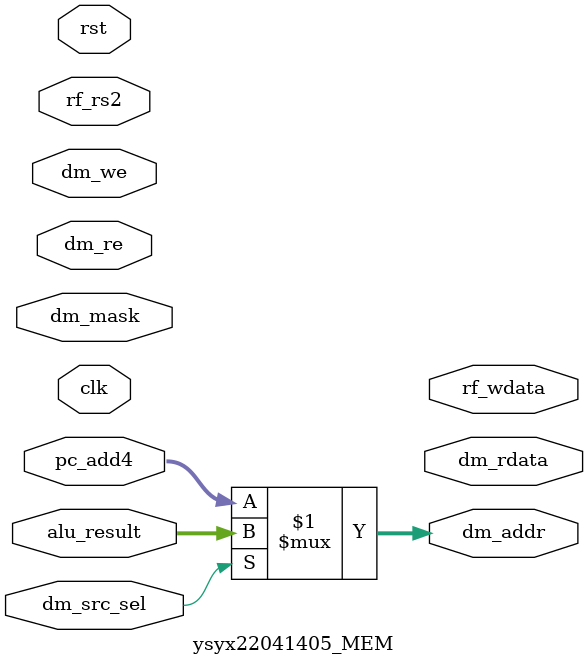
<source format=v>
module ysyx22041405_MEM#(parameter WIDTH = 32)(
    input                   clk,
    input                   rst,

    /*       input       */
    input [WIDTH - 1: 0]    alu_result,
    input [WIDTH - 1: 0]    pc_add4,
    input [WIDTH - 1: 0]    rf_rs2,

    /*      output       */
    output[WIDTH - 1: 0]    dm_rdata,
    output[WIDTH - 1: 0]    dm_addr,
    output[WIDTH - 1: 0]    rf_wdata,

    /*    Ctrl signal    */
    input                   dm_src_sel,
    input                   dm_re,
    input                   dm_we,
    input [WIDTH - 1: 0]    dm_mask
);

assign dm_addr = dm_src_sel? alu_result : pc_add4;


/*
    Data memory 写

    alway@(possedge clk)begin

    end

*/


endmodule
</source>
